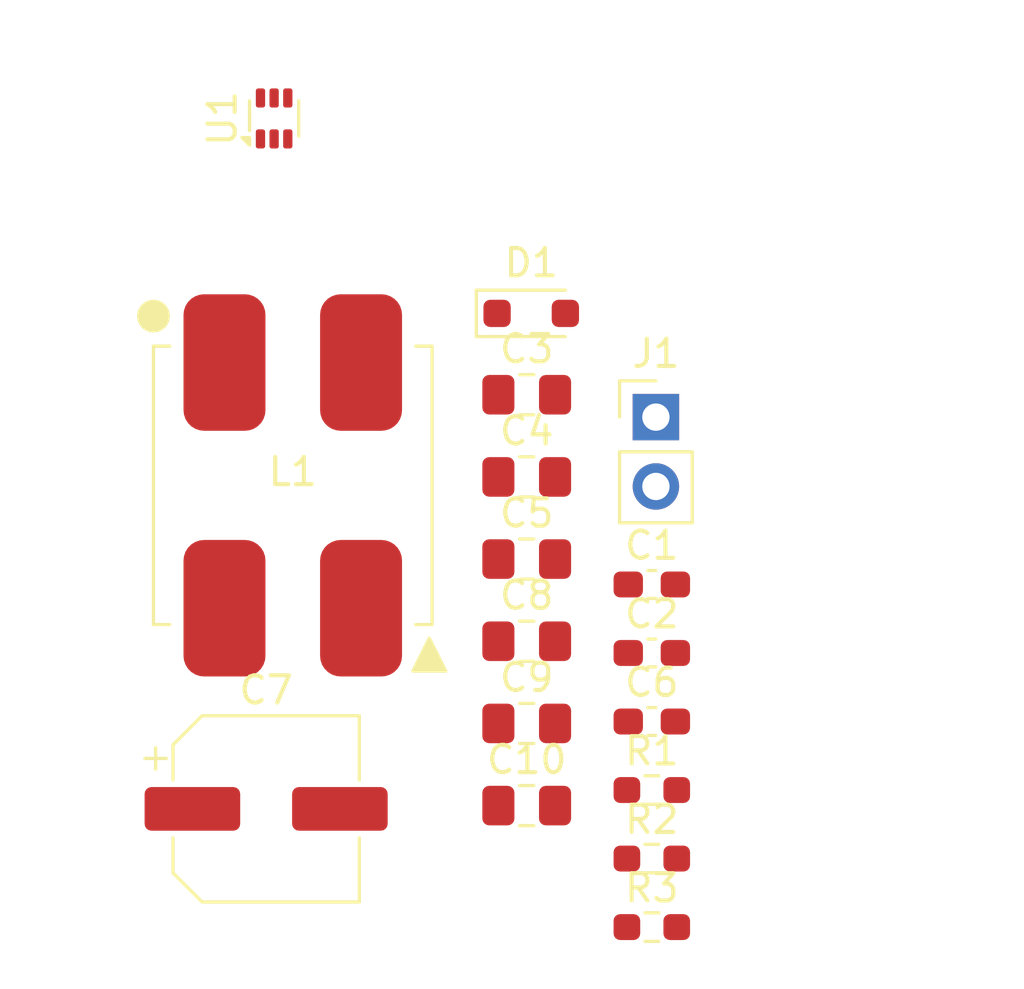
<source format=kicad_pcb>
(kicad_pcb (version 20240108) (generator "pcbnew") (generator_version "8.0")
  (layers (0 "F.Cu" signal) (31 "B.Cu" signal) (34 "B.Paste" user) (35 "F.Paste" user) (36 "B.SilkS" user "B.Silkscreen") (37 "F.SilkS" user "F.Silkscreen") (38 "B.Mask" user) (39 "F.Mask" user) (44 "Edge.Cuts" user))
  (net 0 "")
  (net 1 "/Vin")
  (net 2 "-Vout")
  (net 3 "GND")
  (net 4 "+Vout")
  (net 5 "Net-(D1-A)")
  (net 6 "Net-(J1-Pin_2)")
  (net 7 "Net-(U1-SW)")
  (footprint "Capacitor_SMD:C_0805_2012Metric_Pad1.18x1.45mm_HandSolder" (layer "F.Cu") (at 73.2475 66.67)
    (property "Reference" "C10" (at 0 -1.68 0) (layer "F.SilkS"))
    (property "Value" "22uF,25V,X5R,0805")
    (fp_line (start -0.261252 -0.735) (end 0.261252 -0.735) (stroke (width 0.12)) (layer "F.SilkS"))
    (fp_line (start -0.261252 0.735) (end 0.261252 0.735) (stroke (width 0.12)) (layer "F.SilkS"))
    (pad "1" smd roundrect (at -1.0375 0) (size 1.175 1.45) (layers "F.Cu" "F.Paste" "F.Mask") (roundrect_rratio 0.212766) (net 4 "+Vout"))
    (pad "2" smd roundrect (at 1.0375 0) (size 1.175 1.45) (layers "F.Cu" "F.Paste" "F.Mask") (roundrect_rratio 0.212766) (net 3 "GND"))
  )
  (footprint "Capacitor_SMD:CP_Elec_6.3x7.7" (layer "F.Cu") (at 63.7075 66.79)
    (property "Reference" "C7" (at 0 -4.35 0) (layer "F.SilkS"))
    (property "Value" "47uF,35V,Elec,6.6x6.6mm")
    (fp_line (start -4.4375 -1.8475) (end -3.65 -1.8475) (stroke (width 0.12)) (layer "F.SilkS"))
    (fp_line (start -4.04375 -2.24125) (end -4.04375 -1.45375) (stroke (width 0.12)) (layer "F.SilkS"))
    (fp_line (start -3.41 -2.345563) (end -3.41 -1.06) (stroke (width 0.12)) (layer "F.SilkS"))
    (fp_line (start -3.41 -2.345563) (end -2.345563 -3.41) (stroke (width 0.12)) (layer "F.SilkS"))
    (fp_line (start -3.41 2.345563) (end -3.41 1.06) (stroke (width 0.12)) (layer "F.SilkS"))
    (fp_line (start -3.41 2.345563) (end -2.345563 3.41) (stroke (width 0.12)) (layer "F.SilkS"))
    (fp_line (start -2.345563 -3.41) (end 3.41 -3.41) (stroke (width 0.12)) (layer "F.SilkS"))
    (fp_line (start -2.345563 3.41) (end 3.41 3.41) (stroke (width 0.12)) (layer "F.SilkS"))
    (fp_line (start 3.41 -3.41) (end 3.41 -1.06) (stroke (width 0.12)) (layer "F.SilkS"))
    (fp_line (start 3.41 3.41) (end 3.41 1.06) (stroke (width 0.12)) (layer "F.SilkS"))
    (pad "1" smd roundrect (at -2.7 0) (size 3.5 1.6) (layers "F.Cu" "F.Paste" "F.Mask") (roundrect_rratio 0.15625) (net 1 "/Vin"))
    (pad "2" smd roundrect (at 2.7 0) (size 3.5 1.6) (layers "F.Cu" "F.Paste" "F.Mask") (roundrect_rratio 0.15625) (net 3 "GND"))
  )
  (footprint "Inductor_SMD_User:L_Wuerth_WE-MCRI-1040_Handsoldering" (layer "F.Cu") (at 64.6825 54.94)
    (property "Reference" "L1" (at 0 -0.5 0) (layer "F.SilkS"))
    (property "Value" "7448991068")
    (fp_line (start -5.1 -5.1) (end -5.1 5.1) (stroke (width 0.12)) (layer "F.SilkS"))
    (fp_line (start -5.1 -5.1) (end -4.5 -5.1) (stroke (width 0.12)) (layer "F.SilkS"))
    (fp_line (start -5.1 5.1) (end -4.5 5.1) (stroke (width 0.12)) (layer "F.SilkS"))
    (fp_line (start 5.1 -5.1) (end 4.5 -5.1) (stroke (width 0.12)) (layer "F.SilkS"))
    (fp_line (start 5.1 5.1) (end 4.5 5.1) (stroke (width 0.12)) (layer "F.SilkS"))
    (fp_line (start 5.1 5.1) (end 5.1 -5.1) (stroke (width 0.12)) (layer "F.SilkS"))
    (fp_circle (center -5.1 -6.2) (end -4.8 -6.2) (stroke (width 0.6)) (fill none) (layer "F.SilkS"))
    (fp_poly (pts (xy 4.4 6.8) (xy 5 5.6) (xy 5.6 6.8)) (stroke (width 0.12)) (fill solid) (layer "F.SilkS"))
    (pad "1" smd roundrect (at -2.5 -4.5) (size 3 5) (layers "F.Cu" "F.Paste" "F.Mask") (net 7 "Net-(U1-SW)"))
    (pad "2" smd roundrect (at -2.5 4.5) (size 3 5) (layers "F.Cu" "F.Paste" "F.Mask") (net 3 "GND"))
    (pad "3" smd roundrect (at 2.5 4.5) (size 3 5) (layers "F.Cu" "F.Paste" "F.Mask") (net 3 "GND"))
    (pad "4" smd roundrect (at 2.5 -4.5) (size 3 5) (layers "F.Cu" "F.Paste" "F.Mask") (net 5 "Net-(D1-A)"))
  )
  (footprint "Capacitor_SMD:C_0603_1608Metric_Pad1.08x0.95mm_HandSolder" (layer "F.Cu") (at 77.8275 63.59)
    (property "Reference" "C6" (at 0 -1.43 0) (layer "F.SilkS"))
    (property "Value" "56pF,50V,C0G,0603")
    (fp_line (start -0.146267 -0.51) (end 0.146267 -0.51) (stroke (width 0.12)) (layer "F.SilkS"))
    (fp_line (start -0.146267 0.51) (end 0.146267 0.51) (stroke (width 0.12)) (layer "F.SilkS"))
    (pad "1" smd roundrect (at -0.8625 0) (size 1.075 0.95) (layers "F.Cu" "F.Paste" "F.Mask") (net 3 "GND"))
    (pad "2" smd roundrect (at 0.8625 0) (size 1.075 0.95) (layers "F.Cu" "F.Paste" "F.Mask") (net 2 "-Vout"))
  )
  (footprint "Connector_PinHeader_2.54mm:PinHeader_1x02_P2.54mm_Vertical" (layer "F.Cu") (at 77.9775 52.44)
    (property "Reference" "J1" (at 0 -2.33 0) (layer "F.SilkS"))
    (property "Value" "Header_01x02_Wurth_61300211121")
    (fp_line (start -1.33 -1.33) (end 0 -1.33) (stroke (width 0.12)) (layer "F.SilkS"))
    (fp_line (start -1.33 0) (end -1.33 -1.33) (stroke (width 0.12)) (layer "F.SilkS"))
    (fp_line (start -1.33 1.27) (end -1.33 3.87) (stroke (width 0.12)) (layer "F.SilkS"))
    (fp_line (start -1.33 1.27) (end 1.33 1.27) (stroke (width 0.12)) (layer "F.SilkS"))
    (fp_line (start -1.33 3.87) (end 1.33 3.87) (stroke (width 0.12)) (layer "F.SilkS"))
    (fp_line (start 1.33 1.27) (end 1.33 3.87) (stroke (width 0.12)) (layer "F.SilkS"))
    (pad "1" thru_hole rect (at 0 0) (size 1.7 1.7) (drill 1) (layers "*.Cu" "*.Mask") (net 1 "/Vin"))
    (pad "2" thru_hole oval (at 0 2.54) (size 1.7 1.7) (drill 1) (layers "*.Cu" "*.Mask") (net 6 "Net-(J1-Pin_2)"))
  )
  (footprint "Resistor_SMD:R_0603_1608Metric_Pad0.98x0.95mm_HandSolder" (layer "F.Cu") (at 77.8275 68.61)
    (property "Reference" "R2" (at 0 -1.43 0) (layer "F.SilkS"))
    (property "Value" "10k,0603")
    (fp_line (start -0.254724 -0.5225) (end 0.254724 -0.5225) (stroke (width 0.12)) (layer "F.SilkS"))
    (fp_line (start -0.254724 0.5225) (end 0.254724 0.5225) (stroke (width 0.12)) (layer "F.SilkS"))
    (pad "1" smd roundrect (at -0.9125 0) (size 0.975 0.95) (layers "F.Cu" "F.Paste" "F.Mask") (net 2 "-Vout"))
    (pad "2" smd roundrect (at 0.9125 0) (size 0.975 0.95) (layers "F.Cu" "F.Paste" "F.Mask") (net 2 "-Vout"))
  )
  (footprint "Capacitor_SMD:C_0603_1608Metric_Pad1.08x0.95mm_HandSolder" (layer "F.Cu") (at 77.8275 58.57)
    (property "Reference" "C1" (at 0 -1.43 0) (layer "F.SilkS"))
    (property "Value" "10uF,25V,X5R,0603")
    (fp_line (start -0.146267 -0.51) (end 0.146267 -0.51) (stroke (width 0.12)) (layer "F.SilkS"))
    (fp_line (start -0.146267 0.51) (end 0.146267 0.51) (stroke (width 0.12)) (layer "F.SilkS"))
    (pad "1" smd roundrect (at -0.8625 0) (size 1.075 0.95) (layers "F.Cu" "F.Paste" "F.Mask") (net 1 "/Vin"))
    (pad "2" smd roundrect (at 0.8625 0) (size 1.075 0.95) (layers "F.Cu" "F.Paste" "F.Mask") (net 2 "-Vout"))
  )
  (footprint "Capacitor_SMD:C_0805_2012Metric_Pad1.18x1.45mm_HandSolder" (layer "F.Cu") (at 73.2475 51.62)
    (property "Reference" "C3" (at 0 -1.68 0) (layer "F.SilkS"))
    (property "Value" "22uF,25V,X5R,0805")
    (fp_line (start -0.261252 -0.735) (end 0.261252 -0.735) (stroke (width 0.12)) (layer "F.SilkS"))
    (fp_line (start -0.261252 0.735) (end 0.261252 0.735) (stroke (width 0.12)) (layer "F.SilkS"))
    (pad "1" smd roundrect (at -1.0375 0) (size 1.175 1.45) (layers "F.Cu" "F.Paste" "F.Mask") (roundrect_rratio 0.212766) (net 3 "GND"))
    (pad "2" smd roundrect (at 1.0375 0) (size 1.175 1.45) (layers "F.Cu" "F.Paste" "F.Mask") (roundrect_rratio 0.212766) (net 2 "-Vout"))
  )
  (footprint "Capacitor_SMD:C_0805_2012Metric_Pad1.18x1.45mm_HandSolder" (layer "F.Cu") (at 73.2475 57.64)
    (property "Reference" "C5" (at 0 -1.68 0) (layer "F.SilkS"))
    (property "Value" "22uF,25V,X5R,0805")
    (fp_line (start -0.261252 -0.735) (end 0.261252 -0.735) (stroke (width 0.12)) (layer "F.SilkS"))
    (fp_line (start -0.261252 0.735) (end 0.261252 0.735) (stroke (width 0.12)) (layer "F.SilkS"))
    (pad "1" smd roundrect (at -1.0375 0) (size 1.175 1.45) (layers "F.Cu" "F.Paste" "F.Mask") (roundrect_rratio 0.212766) (net 3 "GND"))
    (pad "2" smd roundrect (at 1.0375 0) (size 1.175 1.45) (layers "F.Cu" "F.Paste" "F.Mask") (roundrect_rratio 0.212766) (net 2 "-Vout"))
  )
  (footprint "Package_TO_SOT_SMD:SOT-563" (layer "F.Cu") (at 64 41.5 90)
    (property "Reference" "U1" (at 0 -1.9 270) (layer "F.SilkS"))
    (property "Value" "TPS563206")
    (fp_line (start 0.65 -0.9) (end -0.45 -0.9) (stroke (width 0.12)) (layer "F.SilkS"))
    (fp_line (start 0.65 0.9) (end -0.65 0.9) (stroke (width 0.12)) (layer "F.SilkS"))
    (fp_poly (pts (xy -0.7 -0.9) (xy -0.98 -0.9) (xy -0.7 -1.18) (xy -0.7 -0.9)) (stroke (width 0.12)) (fill solid) (layer "F.SilkS"))
    (pad "1" smd roundrect (at -0.75 -0.5 90) (size 0.7 0.34) (layers "F.Cu" "F.Paste" "F.Mask") (net 1 "/Vin"))
    (pad "2" smd roundrect (at -0.75 0 90) (size 0.7 0.34) (layers "F.Cu" "F.Paste" "F.Mask") (net 7 "Net-(U1-SW)"))
    (pad "3" smd roundrect (at -0.75 0.5 90) (size 0.7 0.34) (layers "F.Cu" "F.Paste" "F.Mask") (net 2 "-Vout"))
    (pad "4" smd roundrect (at 0.75 0.5 90) (size 0.7 0.34) (layers "F.Cu" "F.Paste" "F.Mask"))
    (pad "5" smd roundrect (at 0.75 0 90) (size 0.7 0.34) (layers "F.Cu" "F.Paste" "F.Mask") (net 6 "Net-(J1-Pin_2)"))
    (pad "6" smd roundrect (at 0.75 -0.5 90) (size 0.7 0.34) (layers "F.Cu" "F.Paste" "F.Mask") (net 2 "-Vout"))
  )
  (footprint "Resistor_SMD:R_0603_1608Metric_Pad0.98x0.95mm_HandSolder" (layer "F.Cu") (at 77.8275 66.1)
    (property "Reference" "R1" (at 0 -1.43 0) (layer "F.SilkS"))
    (property "Value" "10k,0603")
    (fp_line (start -0.254724 -0.5225) (end 0.254724 -0.5225) (stroke (width 0.12)) (layer "F.SilkS"))
    (fp_line (start -0.254724 0.5225) (end 0.254724 0.5225) (stroke (width 0.12)) (layer "F.SilkS"))
    (pad "1" smd roundrect (at -0.9125 0) (size 0.975 0.95) (layers "F.Cu" "F.Paste" "F.Mask") (net 3 "GND"))
    (pad "2" smd roundrect (at 0.9125 0) (size 0.975 0.95) (layers "F.Cu" "F.Paste" "F.Mask") (net 2 "-Vout"))
  )
  (footprint "Resistor_SMD:R_0603_1608Metric_Pad0.98x0.95mm_HandSolder" (layer "F.Cu") (at 77.8275 71.12)
    (property "Reference" "R3" (at 0 -1.43 0) (layer "F.SilkS"))
    (property "Value" "0R,0603")
    (fp_line (start -0.254724 -0.5225) (end 0.254724 -0.5225) (stroke (width 0.12)) (layer "F.SilkS"))
    (fp_line (start -0.254724 0.5225) (end 0.254724 0.5225) (stroke (width 0.12)) (layer "F.SilkS"))
    (pad "1" smd roundrect (at -0.9125 0) (size 0.975 0.95) (layers "F.Cu" "F.Paste" "F.Mask") (net 1 "/Vin"))
    (pad "2" smd roundrect (at 0.9125 0) (size 0.975 0.95) (layers "F.Cu" "F.Paste" "F.Mask") (net 6 "Net-(J1-Pin_2)"))
  )
  (footprint "Capacitor_SMD:C_0603_1608Metric_Pad1.08x0.95mm_HandSolder" (layer "F.Cu") (at 77.8275 61.08)
    (property "Reference" "C2" (at 0 -1.43 0) (layer "F.SilkS"))
    (property "Value" "10uF,25V,X5R,0603")
    (fp_line (start -0.146267 -0.51) (end 0.146267 -0.51) (stroke (width 0.12)) (layer "F.SilkS"))
    (fp_line (start -0.146267 0.51) (end 0.146267 0.51) (stroke (width 0.12)) (layer "F.SilkS"))
    (pad "1" smd roundrect (at -0.8625 0) (size 1.075 0.95) (layers "F.Cu" "F.Paste" "F.Mask") (net 1 "/Vin"))
    (pad "2" smd roundrect (at 0.8625 0) (size 1.075 0.95) (layers "F.Cu" "F.Paste" "F.Mask") (net 2 "-Vout"))
  )
  (footprint "Diode_SMD:D_SOD-323_HandSoldering" (layer "F.Cu") (at 73.4125 48.64)
    (property "Reference" "D1" (at 0 -1.85 0) (layer "F.SilkS"))
    (property "Value" "NSR0530HT1G")
    (fp_line (start -2.01 -0.85) (end -2.01 0.85) (stroke (width 0.12)) (layer "F.SilkS"))
    (fp_line (start -2.01 -0.85) (end 1.25 -0.85) (stroke (width 0.12)) (layer "F.SilkS"))
    (fp_line (start -2.01 0.85) (end 1.25 0.85) (stroke (width 0.12)) (layer "F.SilkS"))
    (pad "1" smd roundrect (at -1.25 0) (size 1 1) (layers "F.Cu" "F.Paste" "F.Mask") (net 4 "+Vout"))
    (pad "2" smd roundrect (at 1.25 0) (size 1 1) (layers "F.Cu" "F.Paste" "F.Mask") (net 5 "Net-(D1-A)"))
  )
  (footprint "Capacitor_SMD:C_0805_2012Metric_Pad1.18x1.45mm_HandSolder" (layer "F.Cu") (at 73.2475 54.63)
    (property "Reference" "C4" (at 0 -1.68 0) (layer "F.SilkS"))
    (property "Value" "22uF,25V,X5R,0805")
    (fp_line (start -0.261252 -0.735) (end 0.261252 -0.735) (stroke (width 0.12)) (layer "F.SilkS"))
    (fp_line (start -0.261252 0.735) (end 0.261252 0.735) (stroke (width 0.12)) (layer "F.SilkS"))
    (pad "1" smd roundrect (at -1.0375 0) (size 1.175 1.45) (layers "F.Cu" "F.Paste" "F.Mask") (roundrect_rratio 0.212766) (net 3 "GND"))
    (pad "2" smd roundrect (at 1.0375 0) (size 1.175 1.45) (layers "F.Cu" "F.Paste" "F.Mask") (roundrect_rratio 0.212766) (net 2 "-Vout"))
  )
  (footprint "Capacitor_SMD:C_0805_2012Metric_Pad1.18x1.45mm_HandSolder" (layer "F.Cu") (at 73.2475 63.66)
    (property "Reference" "C9" (at 0 -1.68 0) (layer "F.SilkS"))
    (property "Value" "22uF,25V,X5R,0805")
    (fp_line (start -0.261252 -0.735) (end 0.261252 -0.735) (stroke (width 0.12)) (layer "F.SilkS"))
    (fp_line (start -0.261252 0.735) (end 0.261252 0.735) (stroke (width 0.12)) (layer "F.SilkS"))
    (pad "1" smd roundrect (at -1.0375 0) (size 1.175 1.45) (layers "F.Cu" "F.Paste" "F.Mask") (roundrect_rratio 0.212766) (net 4 "+Vout"))
    (pad "2" smd roundrect (at 1.0375 0) (size 1.175 1.45) (layers "F.Cu" "F.Paste" "F.Mask") (roundrect_rratio 0.212766) (net 3 "GND"))
  )
  (footprint "Capacitor_SMD:C_0805_2012Metric_Pad1.18x1.45mm_HandSolder" (layer "F.Cu") (at 73.2475 60.65)
    (property "Reference" "C8" (at 0 -1.68 0) (layer "F.SilkS"))
    (property "Value" "22uF,25V,X5R,0805")
    (fp_line (start -0.261252 -0.735) (end 0.261252 -0.735) (stroke (width 0.12)) (layer "F.SilkS"))
    (fp_line (start -0.261252 0.735) (end 0.261252 0.735) (stroke (width 0.12)) (layer "F.SilkS"))
    (pad "1" smd roundrect (at -1.0375 0) (size 1.175 1.45) (layers "F.Cu" "F.Paste" "F.Mask") (roundrect_rratio 0.212766) (net 4 "+Vout"))
    (pad "2" smd roundrect (at 1.0375 0) (size 1.175 1.45) (layers "F.Cu" "F.Paste" "F.Mask") (roundrect_rratio 0.212766) (net 3 "GND"))
  )
)
</source>
